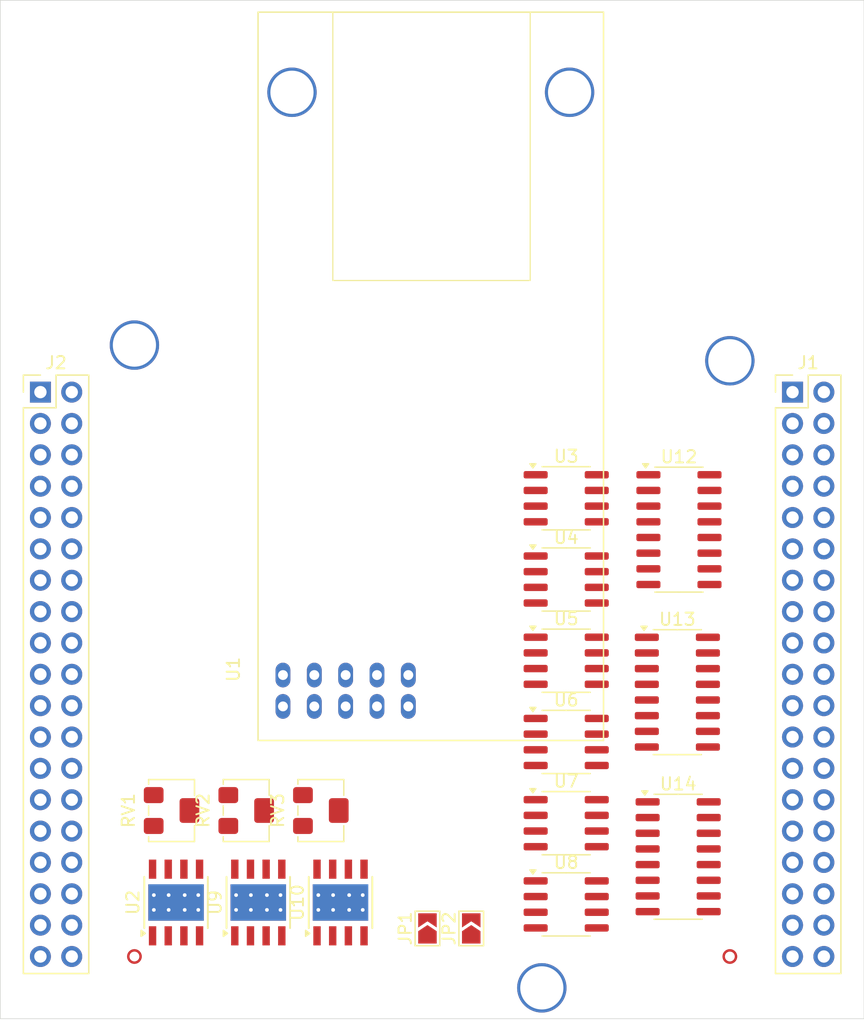
<source format=kicad_pcb>
(kicad_pcb (version 20241229) (generator "pcbnew") (generator_version "9.0")
  (layers (0 "F.Cu" signal) (2 "B.Cu" signal) (13 "F.Paste" user) (15 "B.Paste" user) (5 "F.SilkS" user "F.Silkscreen") (7 "B.SilkS" user "B.Silkscreen") (1 "F.Mask" user) (3 "B.Mask" user) (25 "Edge.Cuts" user))
  (net 0 "")
  (net 2 "SPI1_CLK")
  (net 21 "WIZ_INT")
  (net 22 "SPI1_MOSI")
  (net 23 "GNDREF")
  (net 24 "SPI1_MISO")
  (net 39 "WIZ_CS")
  (net 41 "+5V")
  (net 45 "WIZ_RST")
  (net 63 "+3V3")
  (net 74 "+5VD")
  (net 75 "5V_GND")
  (net 76 "Net-(R5-Pad1)")
  (net 77 "VSENSE")
  (net 78 "Net-(R8-Pad1)")
  (net 79 "Net-(R3-Pad1)")
  (net 80 "Net-(U2-BOOT)")
  (net 81 "+24V")
  (net 82 "Net-(D1-K)")
  (net 86 "Net-(U12-1A)")
  (net 87 "Net-(U12-2A)")
  (net 88 "X_DIR")
  (net 89 "X_STEP")
  (net 90 "Y_DIR")
  (net 91 "Y_STEP")
  (net 92 "Net-(U12-3A)")
  (net 93 "Net-(U12-4A)")
  (net 94 "Net-(U13-2A)")
  (net 95 "Net-(U13-1A)")
  (net 96 "Z_STEP")
  (net 97 "Z_DIR")
  (net 98 "A_DIR")
  (net 99 "Net-(U13-3A)")
  (net 100 "A_STEP")
  (net 101 "Net-(U13-4A)")
  (net 102 "Net-(U14-2A)")
  (net 103 "B_DIR")
  (net 104 "B_STEP")
  (net 105 "Net-(U14-1A)")
  (net 106 "C_DIR")
  (net 107 "C_STEP")
  (net 108 "Net-(U14-4A)")
  (net 109 "Net-(U14-3A)")
  (net 111 "+12V")
  (net 113 "Net-(D2-K)")
  (net 114 "Net-(U9-BOOT)")
  (net 116 "Net-(D3-K)")
  (net 120 "Net-(U10-BOOT)")
  (net 121 "/Stepper_drivers/Y_STEP+")
  (net 122 "/Stepper_drivers/Y_STEP-")
  (net 123 "/Stepper_drivers/X_DIR+")
  (net 124 "/Stepper_drivers/Y_DIR-")
  (net 125 "/Stepper_drivers/X_DIR-")
  (net 126 "/Stepper_drivers/X_STEP-")
  (net 127 "/Stepper_drivers/X_STEP+")
  (net 128 "/Stepper_drivers/Y_DIR+")
  (net 129 "/Stepper_drivers/Z_STEP-")
  (net 130 "/Stepper_drivers/A_STEP-")
  (net 131 "/Stepper_drivers/Z_DIR-")
  (net 132 "/Stepper_drivers/Z_STEP+")
  (net 133 "/Stepper_drivers/A_DIR-")
  (net 134 "/Stepper_drivers/Z_DIR+")
  (net 135 "/Stepper_drivers/A_DIR+")
  (net 136 "/Stepper_drivers/A_STEP+")
  (net 137 "/Stepper_drivers/C_DIR-")
  (net 138 "/Stepper_drivers/B_STEP+")
  (net 139 "/Stepper_drivers/C_DIR+")
  (net 140 "/Stepper_drivers/C_STEP+")
  (net 141 "/Stepper_drivers/B_STEP-")
  (net 142 "/Stepper_drivers/B_DIR-")
  (net 143 "/Stepper_drivers/C_STEP-")
  (net 144 "/Stepper_drivers/B_DIR+")
  (footprint "Package_SO:SOIC-16_3.9x9.9mm_P1.27mm" (layer "F.Cu") (at 154.94 119.38)
    (property "Reference" "U14" (at 0 -5.9 0) (layer "F.SilkS"))
    (property "Value" "HT26LS31ARZ")
    (fp_line (start 0 -5.06) (end -1.95 -5.06) (stroke (width 0.12)) (layer "F.SilkS"))
    (fp_line (start 0 -5.06) (end 1.95 -5.06) (stroke (width 0.12)) (layer "F.SilkS"))
    (fp_line (start 0 5.06) (end -1.95 5.06) (stroke (width 0.12)) (layer "F.SilkS"))
    (fp_line (start 0 5.06) (end 1.95 5.06) (stroke (width 0.12)) (layer "F.SilkS"))
    (fp_poly (pts (xy -2.7 -5.005) (xy -2.94 -5.335) (xy -2.46 -5.335)) (stroke (width 0.12)) (fill yes) (layer "F.SilkS"))
    (pad "1" smd roundrect (at -2.475 -4.445) (size 1.95 0.6) (layers "F.Cu" "F.Mask" "F.Paste") (net 105 "Net-(U14-1A)"))
    (pad "2" smd roundrect (at -2.475 -3.175) (size 1.95 0.6) (layers "F.Cu" "F.Mask" "F.Paste") (net 138 "/Stepper_drivers/B_STEP+"))
    (pad "3" smd roundrect (at -2.475 -1.905) (size 1.95 0.6) (layers "F.Cu" "F.Mask" "F.Paste") (net 141 "/Stepper_drivers/B_STEP-"))
    (pad "4" smd roundrect (at -2.475 -0.635) (size 1.95 0.6) (layers "F.Cu" "F.Mask" "F.Paste") (net 74 "+5VD"))
    (pad "5" smd roundrect (at -2.475 0.635) (size 1.95 0.6) (layers "F.Cu" "F.Mask" "F.Paste") (net 142 "/Stepper_drivers/B_DIR-"))
    (pad "6" smd roundrect (at -2.475 1.905) (size 1.95 0.6) (layers "F.Cu" "F.Mask" "F.Paste") (net 144 "/Stepper_drivers/B_DIR+"))
    (pad "7" smd roundrect (at -2.475 3.175) (size 1.95 0.6) (layers "F.Cu" "F.Mask" "F.Paste") (net 102 "Net-(U14-2A)"))
    (pad "8" smd roundrect (at -2.475 4.445) (size 1.95 0.6) (layers "F.Cu" "F.Mask" "F.Paste") (net 75 "5V_GND"))
    (pad "9" smd roundrect (at 2.475 4.445) (size 1.95 0.6) (layers "F.Cu" "F.Mask" "F.Paste") (net 109 "Net-(U14-3A)"))
    (pad "10" smd roundrect (at 2.475 3.175) (size 1.95 0.6) (layers "F.Cu" "F.Mask" "F.Paste") (net 140 "/Stepper_drivers/C_STEP+"))
    (pad "11" smd roundrect (at 2.475 1.905) (size 1.95 0.6) (layers "F.Cu" "F.Mask" "F.Paste") (net 143 "/Stepper_drivers/C_STEP-"))
    (pad "12" smd roundrect (at 2.475 0.635) (size 1.95 0.6) (layers "F.Cu" "F.Mask" "F.Paste") (net 75 "5V_GND"))
    (pad "13" smd roundrect (at 2.475 -0.635) (size 1.95 0.6) (layers "F.Cu" "F.Mask" "F.Paste") (net 137 "/Stepper_drivers/C_DIR-"))
    (pad "14" smd roundrect (at 2.475 -1.905) (size 1.95 0.6) (layers "F.Cu" "F.Mask" "F.Paste") (net 139 "/Stepper_drivers/C_DIR+"))
    (pad "15" smd roundrect (at 2.475 -3.175) (size 1.95 0.6) (layers "F.Cu" "F.Mask" "F.Paste") (net 108 "Net-(U14-4A)"))
    (pad "16" smd roundrect (at 2.475 -4.445) (size 1.95 0.6) (layers "F.Cu" "F.Mask" "F.Paste") (net 74 "+5VD"))
  )
  (footprint "Package_SO:TI_SO-PowerPAD-8_ThermalVias" (layer "F.Cu") (at 127.575 123.085 90)
    (property "Reference" "U10" (at 0 -3.5 90) (layer "F.SilkS"))
    (property "Value" "TPS5430DDAR")
    (fp_line (start -2.075 -2.575) (end 2.075 -2.575) (stroke (width 0.15)) (layer "F.SilkS"))
    (fp_line (start -2.075 2.575) (end 2.075 2.575) (stroke (width 0.15)) (layer "F.SilkS"))
    (fp_poly (pts (xy -2.5 -2.5) (xy -2.74 -2.83) (xy -2.26 -2.83) (xy -2.5 -2.5)) (stroke (width 0.12)) (fill yes) (layer "F.SilkS"))
    (pad "1" smd rect (at -2.7 -1.905 90) (size 1.55 0.6) (layers "F.Cu" "F.Mask" "F.Paste") (net 120 "Net-(U10-BOOT)"))
    (pad "2" smd rect (at -2.7 -0.635 90) (size 1.55 0.6) (layers "F.Cu" "F.Mask" "F.Paste"))
    (pad "3" smd rect (at -2.7 0.635 90) (size 1.55 0.6) (layers "F.Cu" "F.Mask" "F.Paste"))
    (pad "4" smd rect (at -2.7 1.905 90) (size 1.55 0.6) (layers "F.Cu" "F.Mask" "F.Paste") (net 77 "VSENSE"))
    (pad "5" smd rect (at 2.7 1.905 90) (size 1.55 0.6) (layers "F.Cu" "F.Mask" "F.Paste"))
    (pad "6" smd rect (at 2.7 0.635 90) (size 1.55 0.6) (layers "F.Cu" "F.Mask" "F.Paste") (net 23 "GNDREF"))
    (pad "7" smd rect (at 2.7 -0.635 90) (size 1.55 0.6) (layers "F.Cu" "F.Mask" "F.Paste") (net 111 "+12V"))
    (pad "8" smd rect (at 2.7 -1.905 90) (size 1.55 0.6) (layers "F.Cu" "F.Mask" "F.Paste") (net 116 "Net-(D3-K)"))
    (pad "9" thru_hole circle (at -0.6 -1.8 90) (size 0.6 0.6) (drill 0.3) (layers "*.Cu") (net 23 "GNDREF"))
    (pad "9" thru_hole circle (at -0.6 -0.6 90) (size 0.6 0.6) (drill 0.3) (layers "*.Cu") (net 23 "GNDREF"))
    (pad "9" thru_hole circle (at -0.6 0.7 90) (size 0.6 0.6) (drill 0.3) (layers "*.Cu") (net 23 "GNDREF"))
    (pad "9" thru_hole circle (at -0.6 1.8 90) (size 0.6 0.6) (drill 0.3) (layers "*.Cu") (net 23 "GNDREF"))
    (pad "9" smd rect (at 0 0 90) (size 2.6 3.1) (layers "F.Cu" "F.Mask" "F.Paste") (net 23 "GNDREF"))
    (pad "9" smd rect (at 0 0 90) (size 2.95 4.5) (layers "F.Cu") (net 23 "GNDREF"))
    (pad "9" smd rect (at 0 0 90) (size 2.95 4.5) (layers "B.Cu") (net 23 "GNDREF"))
    (pad "9" thru_hole circle (at 0.6 -1.8 90) (size 0.6 0.6) (drill 0.3) (layers "*.Cu") (net 23 "GNDREF"))
    (pad "9" thru_hole circle (at 0.6 -0.6 90) (size 0.6 0.6) (drill 0.3) (layers "*.Cu") (net 23 "GNDREF"))
    (pad "9" thru_hole circle (at 0.6 0.7 90) (size 0.6 0.6) (drill 0.3) (layers "*.Cu") (net 23 "GNDREF"))
    (pad "9" thru_hole circle (at 0.6 1.8 90) (size 0.6 0.6) (drill 0.3) (layers "*.Cu") (net 23 "GNDREF"))
  )
  (footprint "Package_SO:TI_SO-PowerPAD-8_ThermalVias" (layer "F.Cu") (at 114.245 123.085 90)
    (property "Reference" "U2" (at 0 -3.5 90) (layer "F.SilkS"))
    (property "Value" "TPS5430DDAR")
    (fp_line (start -2.075 -2.575) (end 2.075 -2.575) (stroke (width 0.15)) (layer "F.SilkS"))
    (fp_line (start -2.075 2.575) (end 2.075 2.575) (stroke (width 0.15)) (layer "F.SilkS"))
    (fp_poly (pts (xy -2.5 -2.5) (xy -2.74 -2.83) (xy -2.26 -2.83) (xy -2.5 -2.5)) (stroke (width 0.12)) (fill yes) (layer "F.SilkS"))
    (pad "1" smd rect (at -2.7 -1.905 90) (size 1.55 0.6) (layers "F.Cu" "F.Mask" "F.Paste") (net 80 "Net-(U2-BOOT)"))
    (pad "2" smd rect (at -2.7 -0.635 90) (size 1.55 0.6) (layers "F.Cu" "F.Mask" "F.Paste"))
    (pad "3" smd rect (at -2.7 0.635 90) (size 1.55 0.6) (layers "F.Cu" "F.Mask" "F.Paste"))
    (pad "4" smd rect (at -2.7 1.905 90) (size 1.55 0.6) (layers "F.Cu" "F.Mask" "F.Paste") (net 77 "VSENSE"))
    (pad "5" smd rect (at 2.7 1.905 90) (size 1.55 0.6) (layers "F.Cu" "F.Mask" "F.Paste"))
    (pad "6" smd rect (at 2.7 0.635 90) (size 1.55 0.6) (layers "F.Cu" "F.Mask" "F.Paste") (net 23 "GNDREF"))
    (pad "7" smd rect (at 2.7 -0.635 90) (size 1.55 0.6) (layers "F.Cu" "F.Mask" "F.Paste") (net 81 "+24V"))
    (pad "8" smd rect (at 2.7 -1.905 90) (size 1.55 0.6) (layers "F.Cu" "F.Mask" "F.Paste") (net 82 "Net-(D1-K)"))
    (pad "9" thru_hole circle (at -0.6 -1.8 90) (size 0.6 0.6) (drill 0.3) (layers "*.Cu") (net 23 "GNDREF"))
    (pad "9" thru_hole circle (at -0.6 -0.6 90) (size 0.6 0.6) (drill 0.3) (layers "*.Cu") (net 23 "GNDREF"))
    (pad "9" thru_hole circle (at -0.6 0.7 90) (size 0.6 0.6) (drill 0.3) (layers "*.Cu") (net 23 "GNDREF"))
    (pad "9" thru_hole circle (at -0.6 1.8 90) (size 0.6 0.6) (drill 0.3) (layers "*.Cu") (net 23 "GNDREF"))
    (pad "9" smd rect (at 0 0 90) (size 2.6 3.1) (layers "F.Cu" "F.Mask" "F.Paste") (net 23 "GNDREF"))
    (pad "9" smd rect (at 0 0 90) (size 2.95 4.5) (layers "F.Cu") (net 23 "GNDREF"))
    (pad "9" smd rect (at 0 0 90) (size 2.95 4.5) (layers "B.Cu") (net 23 "GNDREF"))
    (pad "9" thru_hole circle (at 0.6 -1.8 90) (size 0.6 0.6) (drill 0.3) (layers "*.Cu") (net 23 "GNDREF"))
    (pad "9" thru_hole circle (at 0.6 -0.6 90) (size 0.6 0.6) (drill 0.3) (layers "*.Cu") (net 23 "GNDREF"))
    (pad "9" thru_hole circle (at 0.6 0.7 90) (size 0.6 0.6) (drill 0.3) (layers "*.Cu") (net 23 "GNDREF"))
    (pad "9" thru_hole circle (at 0.6 1.8 90) (size 0.6 0.6) (drill 0.3) (layers "*.Cu") (net 23 "GNDREF"))
  )
  (footprint "Package_SO:SOIC-8_3.9x4.9mm_P1.27mm" (layer "F.Cu") (at 145.865 90.34)
    (property "Reference" "U3" (at 0 -3.4 0) (layer "F.SilkS"))
    (property "Value" "ADuM1201AR")
    (fp_line (start 0 -2.56) (end -1.95 -2.56) (stroke (width 0.12)) (layer "F.SilkS"))
    (fp_line (start 0 -2.56) (end 1.95 -2.56) (stroke (width 0.12)) (layer "F.SilkS"))
    (fp_line (start 0 2.56) (end -1.95 2.56) (stroke (width 0.12)) (layer "F.SilkS"))
    (fp_line (start 0 2.56) (end 1.95 2.56) (stroke (width 0.12)) (layer "F.SilkS"))
    (fp_poly (pts (xy -2.7 -2.465) (xy -2.94 -2.795) (xy -2.46 -2.795)) (stroke (width 0.12)) (fill yes) (layer "F.SilkS"))
    (pad "1" smd roundrect (at -2.475 -1.905) (size 1.95 0.6) (layers "F.Cu" "F.Mask" "F.Paste") (net 63 "+3V3"))
    (pad "2" smd roundrect (at -2.475 -0.635) (size 1.95 0.6) (layers "F.Cu" "F.Mask" "F.Paste") (net 86 "Net-(U12-1A)"))
    (pad "3" smd roundrect (at -2.475 0.635) (size 1.95 0.6) (layers "F.Cu" "F.Mask" "F.Paste") (net 88 "X_DIR"))
    (pad "4" smd roundrect (at -2.475 1.905) (size 1.95 0.6) (layers "F.Cu" "F.Mask" "F.Paste") (net 23 "GNDREF"))
    (pad "5" smd roundrect (at 2.475 1.905) (size 1.95 0.6) (layers "F.Cu" "F.Mask" "F.Paste") (net 75 "5V_GND"))
    (pad "6" smd roundrect (at 2.475 0.635) (size 1.95 0.6) (layers "F.Cu" "F.Mask" "F.Paste") (net 87 "Net-(U12-2A)"))
    (pad "7" smd roundrect (at 2.475 -0.635) (size 1.95 0.6) (layers "F.Cu" "F.Mask" "F.Paste") (net 89 "X_STEP"))
    (pad "8" smd roundrect (at 2.475 -1.905) (size 1.95 0.6) (layers "F.Cu" "F.Mask" "F.Paste") (net 74 "+5VD"))
  )
  (footprint "Connector_PinHeader_2.54mm:PinHeader_2x19_P2.54mm_Vertical" (layer "F.Cu") (at 164.21 81.74)
    (property "Reference" "J1" (at 1.27 -2.38 0) (layer "F.SilkS"))
    (property "Value" "NucleoF446RE CN10 Header")
    (fp_line (start -1.38 -1.38) (end 0 -1.38) (stroke (width 0.12)) (layer "F.SilkS"))
    (fp_line (start -1.38 0) (end -1.38 -1.38) (stroke (width 0.12)) (layer "F.SilkS"))
    (fp_line (start -1.38 1.27) (end -1.38 47.1) (stroke (width 0.12)) (layer "F.SilkS"))
    (fp_line (start -1.38 1.27) (end 1.27 1.27) (stroke (width 0.12)) (layer "F.SilkS"))
    (fp_line (start -1.38 47.1) (end 3.92 47.1) (stroke (width 0.12)) (layer "F.SilkS"))
    (fp_line (start 1.27 -1.38) (end 3.92 -1.38) (stroke (width 0.12)) (layer "F.SilkS"))
    (fp_line (start 1.27 1.27) (end 1.27 -1.38) (stroke (width 0.12)) (layer "F.SilkS"))
    (fp_line (start 3.92 -1.38) (end 3.92 47.1) (stroke (width 0.12)) (layer "F.SilkS"))
    (pad "1" thru_hole rect (at 0 0) (size 1.7 1.7) (drill 1) (layers "*.Cu" "*.Mask"))
    (pad "2" thru_hole circle (at 2.54 0) (size 1.7 1.7) (drill 1) (layers "*.Cu" "*.Mask"))
    (pad "3" thru_hole circle (at 0 2.54) (size 1.7 1.7) (drill 1) (layers "*.Cu" "*.Mask"))
    (pad "4" thru_hole circle (at 2.54 2.54) (size 1.7 1.7) (drill 1) (layers "*.Cu" "*.Mask"))
    (pad "5" thru_hole circle (at 0 5.08) (size 1.7 1.7) (drill 1) (layers "*.Cu" "*.Mask"))
    (pad "6" thru_hole circle (at 2.54 5.08) (size 1.7 1.7) (drill 1) (layers "*.Cu" "*.Mask"))
    (pad "7" thru_hole circle (at 0 7.62) (size 1.7 1.7) (drill 1) (layers "*.Cu" "*.Mask"))
    (pad "8" thru_hole circle (at 2.54 7.62) (size 1.7 1.7) (drill 1) (layers "*.Cu" "*.Mask"))
    (pad "9" thru_hole circle (at 0 10.16) (size 1.7 1.7) (drill 1) (layers "*.Cu" "*.Mask") (net 23 "GNDREF"))
    (pad "10" thru_hole circle (at 2.54 10.16) (size 1.7 1.7) (drill 1) (layers "*.Cu" "*.Mask"))
    (pad "11" thru_hole circle (at 0 12.7) (size 1.7 1.7) (drill 1) (layers "*.Cu" "*.Mask"))
    (pad "12" thru_hole circle (at 2.54 12.7) (size 1.7 1.7) (drill 1) (layers "*.Cu" "*.Mask"))
    (pad "13" thru_hole circle (at 0 15.24) (size 1.7 1.7) (drill 1) (layers "*.Cu" "*.Mask"))
    (pad "14" thru_hole circle (at 2.54 15.24) (size 1.7 1.7) (drill 1) (layers "*.Cu" "*.Mask"))
    (pad "15" thru_hole circle (at 0 17.78) (size 1.7 1.7) (drill 1) (layers "*.Cu" "*.Mask"))
    (pad "16" thru_hole circle (at 2.54 17.78) (size 1.7 1.7) (drill 1) (layers "*.Cu" "*.Mask"))
    (pad "17" thru_hole circle (at 0 20.32) (size 1.7 1.7) (drill 1) (layers "*.Cu" "*.Mask"))
    (pad "18" thru_hole circle (at 2.54 20.32) (size 1.7 1.7) (drill 1) (layers "*.Cu" "*.Mask"))
    (pad "19" thru_hole circle (at 0 22.86) (size 1.7 1.7) (drill 1) (layers "*.Cu" "*.Mask"))
    (pad "20" thru_hole circle (at 2.54 22.86) (size 1.7 1.7) (drill 1) (layers "*.Cu" "*.Mask") (net 23 "GNDREF"))
    (pad "21" thru_hole circle (at 0 25.4) (size 1.7 1.7) (drill 1) (layers "*.Cu" "*.Mask") (net 21 "WIZ_INT"))
    (pad "22" thru_hole circle (at 2.54 25.4) (size 1.7 1.7) (drill 1) (layers "*.Cu" "*.Mask"))
    (pad "23" thru_hole circle (at 0 27.94) (size 1.7 1.7) (drill 1) (layers "*.Cu" "*.Mask"))
    (pad "24" thru_hole circle (at 2.54 27.94) (size 1.7 1.7) (drill 1) (layers "*.Cu" "*.Mask"))
    (pad "25" thru_hole circle (at 0 30.48) (size 1.7 1.7) (drill 1) (layers "*.Cu" "*.Mask"))
    (pad "26" thru_hole circle (at 2.54 30.48) (size 1.7 1.7) (drill 1) (layers "*.Cu" "*.Mask"))
    (pad "27" thru_hole circle (at 0 33.02) (size 1.7 1.7) (drill 1) (layers "*.Cu" "*.Mask") (net 24 "SPI1_MISO"))
    (pad "28" thru_hole circle (at 2.54 33.02) (size 1.7 1.7) (drill 1) (layers "*.Cu" "*.Mask"))
    (pad "29" thru_hole circle (at 0 35.56) (size 1.7 1.7) (drill 1) (layers "*.Cu" "*.Mask") (net 22 "SPI1_MOSI"))
    (pad "30" thru_hole circle (at 2.54 35.56) (size 1.7 1.7) (drill 1) (layers "*.Cu" "*.Mask"))
    (pad "31" thru_hole circle (at 0 38.1) (size 1.7 1.7) (drill 1) (layers "*.Cu" "*.Mask") (net 2 "SPI1_CLK"))
    (pad "32" thru_hole circle (at 2.54 38.1) (size 1.7 1.7) (drill 1) (layers "*.Cu" "*.Mask"))
    (pad "33" thru_hole circle (at 0 40.64) (size 1.7 1.7) (drill 1) (layers "*.Cu" "*.Mask"))
    (pad "34" thru_hole circle (at 2.54 40.64) (size 1.7 1.7) (drill 1) (layers "*.Cu" "*.Mask"))
    (pad "35" thru_hole circle (at 0 43.18) (size 1.7 1.7) (drill 1) (layers "*.Cu" "*.Mask"))
    (pad "36" thru_hole circle (at 2.54 43.18) (size 1.7 1.7) (drill 1) (layers "*.Cu" "*.Mask"))
    (pad "37" thru_hole circle (at 0 45.72) (size 1.7 1.7) (drill 1) (layers "*.Cu" "*.Mask"))
    (pad "38" thru_hole circle (at 2.54 45.72) (size 1.7 1.7) (drill 1) (layers "*.Cu" "*.Mask"))
  )
  (footprint "Potentiometer_SMD:Potentiometer_Bourns_3224W_Vertical" (layer "F.Cu") (at 119.93 115.635 90)
    (property "Reference" "RV2" (at 0 -3.5 90) (layer "F.SilkS"))
    (property "Value" "500R trimpot")
    (fp_line (start 2.51 -1.86) (end 2.51 1.86) (stroke (width 0.12)) (layer "F.SilkS"))
    (fp_line (start 2.13 -1.86) (end 2.51 -1.86) (stroke (width 0.12)) (layer "F.SilkS"))
    (fp_line (start -0.37 -1.86) (end 0.37 -1.86) (stroke (width 0.12)) (layer "F.SilkS"))
    (fp_line (start -2.51 -1.86) (end -2.13 -1.86) (stroke (width 0.12)) (layer "F.SilkS"))
    (fp_line (start -2.51 -1.86) (end -2.51 1.86) (stroke (width 0.12)) (layer "F.SilkS"))
    (fp_line (start 1.23 1.86) (end 2.51 1.86) (stroke (width 0.12)) (layer "F.SilkS"))
    (fp_line (start -2.51 1.86) (end -1.23 1.86) (stroke (width 0.12)) (layer "F.SilkS"))
    (pad "1" smd roundrect (at 1.25 -1.45 90) (size 1.3 1.6) (layers "F.Cu" "F.Mask" "F.Paste") (roundrect_rratio 0.192308) (net 77 "VSENSE"))
    (pad "2" smd roundrect (at 0 1.45 90) (size 2 1.6) (layers "F.Cu" "F.Mask" "F.Paste") (roundrect_rratio 0.15625) (net 78 "Net-(R8-Pad1)"))
    (pad "3" smd roundrect (at -1.25 -1.45 90) (size 1.3 1.6) (layers "F.Cu" "F.Mask" "F.Paste") (roundrect_rratio 0.192308) (net 78 "Net-(R8-Pad1)"))
  )
  (footprint "Package_SO:SOIC-8_3.9x4.9mm_P1.27mm" (layer "F.Cu") (at 145.865 96.92)
    (property "Reference" "U4" (at 0 -3.4 0) (layer "F.SilkS"))
    (property "Value" "ADuM1201AR")
    (fp_line (start 0 -2.56) (end -1.95 -2.56) (stroke (width 0.12)) (layer "F.SilkS"))
    (fp_line (start 0 -2.56) (end 1.95 -2.56) (stroke (width 0.12)) (layer "F.SilkS"))
    (fp_line (start 0 2.56) (end -1.95 2.56) (stroke (width 0.12)) (layer "F.SilkS"))
    (fp_line (start 0 2.56) (end 1.95 2.56) (stroke (width 0.12)) (layer "F.SilkS"))
    (fp_poly (pts (xy -2.7 -2.465) (xy -2.94 -2.795) (xy -2.46 -2.795)) (stroke (width 0.12)) (fill yes) (layer "F.SilkS"))
    (pad "1" smd roundrect (at -2.475 -1.905) (size 1.95 0.6) (layers "F.Cu" "F.Mask" "F.Paste") (net 63 "+3V3"))
    (pad "2" smd roundrect (at -2.475 -0.635) (size 1.95 0.6) (layers "F.Cu" "F.Mask" "F.Paste") (net 92 "Net-(U12-3A)"))
    (pad "3" smd roundrect (at -2.475 0.635) (size 1.95 0.6) (layers "F.Cu" "F.Mask" "F.Paste") (net 90 "Y_DIR"))
    (pad "4" smd roundrect (at -2.475 1.905) (size 1.95 0.6) (layers "F.Cu" "F.Mask" "F.Paste") (net 23 "GNDREF"))
    (pad "5" smd roundrect (at 2.475 1.905) (size 1.95 0.6) (layers "F.Cu" "F.Mask" "F.Paste") (net 75 "5V_GND"))
    (pad "6" smd roundrect (at 2.475 0.635) (size 1.95 0.6) (layers "F.Cu" "F.Mask" "F.Paste") (net 93 "Net-(U12-4A)"))
    (pad "7" smd roundrect (at 2.475 -0.635) (size 1.95 0.6) (layers "F.Cu" "F.Mask" "F.Paste") (net 91 "Y_STEP"))
    (pad "8" smd roundrect (at 2.475 -1.905) (size 1.95 0.6) (layers "F.Cu" "F.Mask" "F.Paste") (net 74 "+5VD"))
  )
  (footprint "Package_SO:SOIC-8_3.9x4.9mm_P1.27mm" (layer "F.Cu") (at 145.865 103.5)
    (property "Reference" "U5" (at 0 -3.4 0) (layer "F.SilkS"))
    (property "Value" "ADuM1201AR")
    (fp_line (start 0 -2.56) (end -1.95 -2.56) (stroke (width 0.12)) (layer "F.SilkS"))
    (fp_line (start 0 -2.56) (end 1.95 -2.56) (stroke (width 0.12)) (layer "F.SilkS"))
    (fp_line (start 0 2.56) (end -1.95 2.56) (stroke (width 0.12)) (layer "F.SilkS"))
    (fp_line (start 0 2.56) (end 1.95 2.56) (stroke (width 0.12)) (layer "F.SilkS"))
    (fp_poly (pts (xy -2.7 -2.465) (xy -2.94 -2.795) (xy -2.46 -2.795)) (stroke (width 0.12)) (fill yes) (layer "F.SilkS"))
    (pad "1" smd roundrect (at -2.475 -1.905) (size 1.95 0.6) (layers "F.Cu" "F.Mask" "F.Paste") (net 63 "+3V3"))
    (pad "2" smd roundrect (at -2.475 -0.635) (size 1.95 0.6) (layers "F.Cu" "F.Mask" "F.Paste") (net 95 "Net-(U13-1A)"))
    (pad "3" smd roundrect (at -2.475 0.635) (size 1.95 0.6) (layers "F.Cu" "F.Mask" "F.Paste") (net 97 "Z_DIR"))
    (pad "4" smd roundrect (at -2.475 1.905) (size 1.95 0.6) (layers "F.Cu" "F.Mask" "F.Paste") (net 23 "GNDREF"))
    (pad "5" smd roundrect (at 2.475 1.905) (size 1.95 0.6) (layers "F.Cu" "F.Mask" "F.Paste") (net 75 "5V_GND"))
    (pad "6" smd roundrect (at 2.475 0.635) (size 1.95 0.6) (layers "F.Cu" "F.Mask" "F.Paste") (net 94 "Net-(U13-2A)"))
    (pad "7" smd roundrect (at 2.475 -0.635) (size 1.95 0.6) (layers "F.Cu" "F.Mask" "F.Paste") (net 96 "Z_STEP"))
    (pad "8" smd roundrect (at 2.475 -1.905) (size 1.95 0.6) (layers "F.Cu" "F.Mask" "F.Paste") (net 74 "+5VD"))
  )
  (footprint "Package_SO:SOIC-8_3.9x4.9mm_P1.27mm" (layer "F.Cu") (at 145.865 116.66)
    (property "Reference" "U7" (at 0 -3.4 0) (layer "F.SilkS"))
    (property "Value" "ADuM1201AR")
    (fp_line (start 0 -2.56) (end -1.95 -2.56) (stroke (width 0.12)) (layer "F.SilkS"))
    (fp_line (start 0 -2.56) (end 1.95 -2.56) (stroke (width 0.12)) (layer "F.SilkS"))
    (fp_line (start 0 2.56) (end -1.95 2.56) (stroke (width 0.12)) (layer "F.SilkS"))
    (fp_line (start 0 2.56) (end 1.95 2.56) (stroke (width 0.12)) (layer "F.SilkS"))
    (fp_poly (pts (xy -2.7 -2.465) (xy -2.94 -2.795) (xy -2.46 -2.795)) (stroke (width 0.12)) (fill yes) (layer "F.SilkS"))
    (pad "1" smd roundrect (at -2.475 -1.905) (size 1.95 0.6) (layers "F.Cu" "F.Mask" "F.Paste") (net 63 "+3V3"))
    (pad "2" smd roundrect (at -2.475 -0.635) (size 1.95 0.6) (layers "F.Cu" "F.Mask" "F.Paste") (net 105 "Net-(U14-1A)"))
    (pad "3" smd roundrect (at -2.475 0.635) (size 1.95 0.6) (layers "F.Cu" "F.Mask" "F.Paste") (net 103 "B_DIR"))
    (pad "4" smd roundrect (at -2.475 1.905) (size 1.95 0.6) (layers "F.Cu" "F.Mask" "F.Paste") (net 23 "GNDREF"))
    (pad "5" smd roundrect (at 2.475 1.905) (size 1.95 0.6) (layers "F.Cu" "F.Mask" "F.Paste") (net 75 "5V_GND"))
    (pad "6" smd roundrect (at 2.475 0.635) (size 1.95 0.6) (layers "F.Cu" "F.Mask" "F.Paste") (net 102 "Net-(U14-2A)"))
    (pad "7" smd roundrect (at 2.475 -0.635) (size 1.95 0.6) (layers "F.Cu" "F.Mask" "F.Paste") (net 104 "B_STEP"))
    (pad "8" smd roundrect (at 2.475 -1.905) (size 1.95 0.6) (layers "F.Cu" "F.Mask" "F.Paste") (net 74 "+5VD"))
  )
  (footprint "Jumper:SolderJumper-2_P1.3mm_Open_TrianglePad1.0x1.5mm" (layer "F.Cu") (at 138.17 125.185 90)
    (property "Reference" "JP2" (at 0 -1.8 90) (layer "F.SilkS"))
    (property "Value" "EXT_5V_GND_JMP")
    (fp_line (start 1.4 -1) (end 1.4 1) (stroke (width 0.12)) (layer "F.SilkS"))
    (fp_line (start -1.4 -1) (end 1.4 -1) (stroke (width 0.12)) (layer "F.SilkS"))
    (fp_line (start 1.4 1) (end -1.4 1) (stroke (width 0.12)) (layer "F.SilkS"))
    (fp_line (start -1.4 1) (end -1.4 -1) (stroke (width 0.12)) (layer "F.SilkS"))
    (pad "1" smd custom (at -0.725 0 90) (size 0.3 0.3) (layers "F.Cu" "F.Mask") (net 75 "5V_GND") (options (clearance outline) (anchor rect)) (primitives (gr_poly (pts (xy 1 0) (xy 0.5 0.75) (xy -0.5 0.75) (xy -0.5 -0.75) (xy 0.5 -0.75)) (width 0) (fill yes))))
    (pad "2" smd custom (at 0.725 0 90) (size 0.3 0.3) (layers "F.Cu" "F.Mask") (net 23 "GNDREF") (options (clearance outline) (anchor rect)) (primitives (gr_poly (pts (xy 0.5 0.75) (xy -0.65 0.75) (xy -0.15 0) (xy -0.65 -0.75) (xy 0.5 -0.75)) (width 0) (fill yes))))
  )
  (footprint "W5500EvalModule:W5500EvalModule" (layer "F.Cu") (at 134.95 81.7)
    (property "Reference" "U1" (at -16.06 22.5 90) (layer "F.SilkS"))
    (property "Value" "~")
    (fp_line (start -14.06 -30.74) (end -14.06 28.26) (stroke (width 0.12)) (layer "F.SilkS"))
    (fp_line (start -14.06 28.26) (end 13.94 28.26) (stroke (width 0.12)) (layer "F.SilkS"))
    (fp_line (start 13.94 -30.74) (end -14.06 -30.74) (stroke (width 0.12)) (layer "F.SilkS"))
    (fp_line (start 13.94 28.26) (end 13.94 -30.74) (stroke (width 0.12)) (layer "F.SilkS"))
    (fp_rect (start -8 -30.74) (end 8 -9) (stroke (width 0.1)) (fill no) (layer "F.SilkS"))
    (pad "" np_thru_hole circle (at -11.31 -24.25) (size 4 4) (drill 3.5) (layers "*.Cu" "*.Mask"))
    (pad "" np_thru_hole circle (at 11.19 -24.25) (size 4 4) (drill 3.5) (layers "*.Cu" "*.Mask"))
    (pad "1" thru_hole oval (at -1.88 22.96) (size 1.2 2) (drill 0.8) (layers "*.Cu" "*.Mask") (net 2 "SPI1_CLK"))
    (pad "2" thru_hole oval (at -4.42 22.96) (size 1.2 2) (drill 0.8) (layers "*.Cu" "*.Mask") (net 39 "WIZ_CS"))
    (pad "3" thru_hole oval (at -6.96 22.96) (size 1.2 2) (drill 0.8) (layers "*.Cu" "*.Mask") (net 22 "SPI1_MOSI"))
    (pad "4" thru_hole oval (at -9.5 22.96) (size 1.2 2) (drill 0.8) (layers "*.Cu" "*.Mask") (net 24 "SPI1_MISO"))
    (pad "5" thru_hole oval (at -12.04 22.96) (size 1.2 2) (drill 0.8) (layers "*.Cu" "*.Mask") (net 63 "+3V3"))
    (pad "6" thru_hole oval (at -12.04 25.5) (size 1.2 2) (drill 0.8) (layers "*.Cu" "*.Mask") (net 41 "+5V"))
    (pad "7" thru_hole oval (at -9.5 25.5) (size 1.2 2) (drill 0.8) (layers "*.Cu" "*.Mask") (net 23 "GNDREF"))
    (pad "8" thru_hole oval (at -6.96 25.5) (size 1.2 2) (drill 0.8) (layers "*.Cu" "*.Mask") (net 45 "WIZ_RST"))
    (pad "9" thru_hole oval (at -4.42 25.5) (size 1.2 2) (drill 0.8) (layers "*.Cu" "*.Mask") (net 21 "WIZ_INT"))
    (pad "10" thru_hole oval (at -1.88 25.5) (size 1.2 2) (drill 0.8) (layers "*.Cu" "*.Mask") (net 23 "GNDREF"))
  )
  (footprint "Potentiometer_SMD:Potentiometer_Bourns_3224W_Vertical" (layer "F.Cu") (at 125.98 115.635 90)
    (property "Reference" "RV3" (at 0 -3.5 90) (layer "F.SilkS"))
    (property "Value" "50R trimpot")
    (fp_line (start 2.51 -1.86) (end 2.51 1.86) (stroke (width 0.12)) (layer "F.SilkS"))
    (fp_line (start 2.13 -1.86) (end 2.51 -1.86) (stroke (width 0.12)) (layer "F.SilkS"))
    (fp_line (start -0.37 -1.86) (end 0.37 -1.86) (stroke (width 0.12)) (layer "F.SilkS"))
    (fp_line (start -2.51 -1.86) (end -2.13 -1.86) (stroke (width 0.12)) (layer "F.SilkS"))
    (fp_line (start -2.51 -1.86) (end -2.51 1.86) (stroke (width 0.12)) (layer "F.SilkS"))
    (fp_line (start 1.23 1.86) (end 2.51 1.86) (stroke (width 0.12)) (layer "F.SilkS"))
    (fp_line (start -2.51 1.86) (end -1.23 1.86) (stroke (width 0.12)) (layer "F.SilkS"))
    (pad "1" smd roundrect (at 1.25 -1.45 90) (size 1.3 1.6) (layers "F.Cu" "F.Mask" "F.Paste") (roundrect_rratio 0.192308) (net 77 "VSENSE"))
    (pad "2" smd roundrect (at 0 1.45 90) (size 2 1.6) (layers "F.Cu" "F.Mask" "F.Paste") (roundrect_rratio 0.15625) (net 79 "Net-(R3-Pad1)"))
    (pad "3" smd roundrect (at -1.25 -1.45 90) (size 1.3 1.6) (layers "F.Cu" "F.Mask" "F.Paste") (roundrect_rratio 0.192308) (net 79 "Net-(R3-Pad1)"))
  )
  (footprint "Package_SO:SOIC-16_3.9x9.9mm_P1.27mm" (layer "F.Cu") (at 155.005 92.88)
    (property "Reference" "U12" (at 0 -5.9 0) (layer "F.SilkS"))
    (property "Value" "HT26LS31ARZ")
    (fp_line (start 0 -5.06) (end -1.95 -5.06) (stroke (width 0.12)) (layer "F.SilkS"))
    (fp_line (start 0 -5.06) (end 1.95 -5.06) (stroke (width 0.12)) (layer "F.SilkS"))
    (fp_line (start 0 5.06) (end -1.95 5.06) (stroke (width 0.12)) (layer "F.SilkS"))
    (fp_line (start 0 5.06) (end 1.95 5.06) (stroke (width 0.12)) (layer "F.SilkS"))
    (fp_poly (pts (xy -2.7 -5.005) (xy -2.94 -5.335) (xy -2.46 -5.335)) (stroke (width 0.12)) (fill yes) (layer "F.SilkS"))
    (pad "1" smd roundrect (at -2.475 -4.445) (size 1.95 0.6) (layers "F.Cu" "F.Mask" "F.Paste") (net 86 "Net-(U12-1A)"))
    (pad "2" smd roundrect (at -2.475 -3.175) (size 1.95 0.6) (layers "F.Cu" "F.Mask" "F.Paste") (net 127 "/Stepper_drivers/X_STEP+"))
    (pad "3" smd roundrect (at -2.475 -1.905) (size 1.95 0.6) (layers "F.Cu" "F.Mask" "F.Paste") (net 126 "/Stepper_drivers/X_STEP-"))
    (pad "4" smd roundrect (at -2.475 -0.635) (size 1.95 0.6) (layers "F.Cu" "F.Mask" "F.Paste") (net 74 "+5VD"))
    (pad "5" smd roundrect (at -2.475 0.635) (size 1.95 0.6) (layers "F.Cu" "F.Mask" "F.Paste") (net 125 "/Stepper_drivers/X_DIR-"))
    (pad "6" smd roundrect (at -2.475 1.905) (size 1.95 0.6) (layers "F.Cu" "F.Mask" "F.Paste") (net 123 "/Stepper_drivers/X_DIR+"))
    (pad "7" smd roundrect (at -2.475 3.175) (size 1.95 0.6) (layers "F.Cu" "F.Mask" "F.Paste") (net 87 "Net-(U12-2A)"))
    (pad "8" smd roundrect (at -2.475 4.445) (size 1.95 0.6) (layers "F.Cu" "F.Mask" "F.Paste") (net 75 "5V_GND"))
    (pad "9" smd roundrect (at 2.475 4.445) (size 1.95 0.6) (layers "F.Cu" "F.Mask" "F.Paste") (net 92 "Net-(U12-3A)"))
    (pad "10" smd roundrect (at 2.475 3.175) (size 1.95 0.6) (layers "F.Cu" "F.Mask" "F.Paste") (net 121 "/Stepper_drivers/Y_STEP+"))
    (pad "11" smd roundrect (at 2.475 1.905) (size 1.95 0.6) (layers "F.Cu" "F.Mask" "F.Paste") (net 122 "/Stepper_drivers/Y_STEP-"))
    (pad "12" smd roundrect (at 2.475 0.635) (size 1.95 0.6) (layers "F.Cu" "F.Mask" "F.Paste") (net 75 "5V_GND"))
    (pad "13" smd roundrect (at 2.475 -0.635) (size 1.95 0.6) (layers "F.Cu" "F.Mask" "F.Paste") (net 124 "/Stepper_drivers/Y_DIR-"))
    (pad "14" smd roundrect (at 2.475 -1.905) (size 1.95 0.6) (layers "F.Cu" "F.Mask" "F.Paste") (net 128 "/Stepper_drivers/Y_DIR+"))
    (pad "15" smd roundrect (at 2.475 -3.175) (size 1.95 0.6) (layers "F.Cu" "F.Mask" "F.Paste") (net 93 "Net-(U12-4A)"))
    (pad "16" smd roundrect (at 2.475 -4.445) (size 1.95 0.6) (layers "F.Cu" "F.Mask" "F.Paste") (net 74 "+5VD"))
  )
  (footprint "Potentiometer_SMD:Potentiometer_Bourns_3224W_Vertical" (layer "F.Cu") (at 113.88 115.635 90)
    (property "Reference" "RV1" (at 0 -3.5 90) (layer "F.SilkS"))
    (property "Value" "50R trimpot")
    (fp_line (start 2.51 -1.86) (end 2.51 1.86) (stroke (width 0.12)) (layer "F.SilkS"))
    (fp_line (start 2.13 -1.86) (end 2.51 -1.86) (stroke (width 0.12)) (layer "F.SilkS"))
    (fp_line (start -0.37 -1.86) (end 0.37 -1.86) (stroke (width 0.12)) (layer "F.SilkS"))
    (fp_line (start -2.51 -1.86) (end -2.13 -1.86) (stroke (width 0.12)) (layer "F.SilkS"))
    (fp_line (start -2.51 -1.86) (end -2.51 1.86) (stroke (width 0.12)) (layer "F.SilkS"))
    (fp_line (start 1.23 1.86) (end 2.51 1.86) (stroke (width 0.12)) (layer "F.SilkS"))
    (fp_line (start -2.51 1.86) (end -1.23 1.86) (stroke (width 0.12)) (layer "F.SilkS"))
    (pad "1" smd roundrect (at 1.25 -1.45 90) (size 1.3 1.6) (layers "F.Cu" "F.Mask" "F.Paste") (roundrect_rratio 0.192308) (net 77 "VSENSE"))
    (pad "2" smd roundrect (at 0 1.45 90) (size 2 1.6) (layers "F.Cu" "F.Mask" "F.Paste") (roundrect_rratio 0.15625) (net 76 "Net-(R5-Pad1)"))
    (pad "3" smd roundrect (at -1.25 -1.45 90) (size 1.3 1.6) (layers "F.Cu" "F.Mask" "F.Paste") (roundrect_rratio 0.192308) (net 76 "Net-(R5-Pad1)"))
  )
  (footprint "Package_SO:TI_SO-PowerPAD-8_ThermalVias" (layer "F.Cu") (at 120.91 123.085 90)
    (property "Reference" "U9" (at 0 -3.5 90) (layer "F.SilkS"))
    (property "Value" "TPS5430DDAR")
    (fp_line (start -2.075 -2.575) (end 2.075 -2.575) (stroke (width 0.15)) (layer "F.SilkS"))
    (fp_line (start -2.075 2.575) (end 2.075 2.575) (stroke (width 0.15)) (layer "F.SilkS"))
    (fp_poly (pts (xy -2.5 -2.5) (xy -2.74 -2.83) (xy -2.26 -2.83) (xy -2.5 -2.5)) (stroke (width 0.12)) (fill yes) (layer "F.SilkS"))
    (pad "1" smd rect (at -2.7 -1.905 90) (size 1.55 0.6) (layers "F.Cu" "F.Mask" "F.Paste") (net 114 "Net-(U9-BOOT)"))
    (pad "2" smd rect (at -2.7 -0.635 90) (size 1.55 0.6) (layers "F.Cu" "F.Mask" "F.Paste"))
    (pad "3" smd rect (at -2.7 0.635 90) (size 1.55 0.6) (layers "F.Cu" "F.Mask" "F.Paste"))
    (pad "4" smd rect (at -2.7 1.905 90) (size 1.55 0.6) (layers "F.Cu" "F.Mask" "F.Paste") (net 77 "VSENSE"))
    (pad "5" smd rect (at 2.7 1.905 90) (size 1.55 0.6) (layers "F.Cu" "F.Mask" "F.Paste"))
    (pad "6" smd rect (at 2.7 0.635 90) (size 1.55 0.6) (layers "F.Cu" "F.Mask" "F.Paste") (net 23 "GNDREF"))
    (pad "7" smd rect (at 2.7 -0.635 90) (size 1.55 0.6) (layers "F.Cu" "F.Mask" "F.Paste") (net 111 "+12V"))
    (pad "8" smd rect (at 2.7 -1.905 90) (size 1.55 0.6) (layers "F.Cu" "F.Mask" "F.Paste") (net 113 "Net-(D2-K)"))
    (pad "9" thru_hole circle (at -0.6 -1.8 90) (size 0.6 0.6) (drill 0.3) (layers "*.Cu") (net 23 "GNDREF"))
    (pad "9" thru_hole circle (at -0.6 -0.6 90) (size 0.6 0.6) (drill 0.3) (layers "*.Cu") (net 23 "GNDREF"))
    (pad "9" thru_hole circle (at -0.6 0.7 90) (size 0.6 0.6) (drill 0.3) (layers "*.Cu") (net 23 "GNDREF"))
    (pad "9" thru_hole circle (at -0.6 1.8 90) (size 0.6 0.6) (drill 0.3) (layers "*.Cu") (net 23 "GNDREF"))
    (pad "9" smd rect (at 0 0 90) (size 2.6 3.1) (layers "F.Cu" "F.Mask" "F.Paste") (net 23 "GNDREF"))
    (pad "9" smd rect (at 0 0 90) (size 2.95 4.5) (layers "F.Cu") (net 23 "GNDREF"))
    (pad "9" smd rect (at 0 0 90) (size 2.95 4.5) (layers "B.Cu") (net 23 "GNDREF"))
    (pad "9" thru_hole circle (at 0.6 -1.8 90) (size 0.6 0.6) (drill 0.3) (layers "*.Cu") (net 23 "GNDREF"))
    (pad "9" thru_hole circle (at 0.6 -0.6 90) (size 0.6 0.6) (drill 0.3) (layers "*.Cu") (net 23 "GNDREF"))
    (pad "9" thru_hole circle (at 0.6 0.7 90) (size 0.6 0.6) (drill 0.3) (layers "*.Cu") (net 23 "GNDREF"))
    (pad "9" thru_hole circle (at 0.6 1.8 90) (size 0.6 0.6) (drill 0.3) (layers "*.Cu") (net 23 "GNDREF"))
  )
  (footprint "Jumper:SolderJumper-2_P1.3mm_Open_TrianglePad1.0x1.5mm" (layer "F.Cu") (at 134.62 125.185 90)
    (property "Reference" "JP1" (at 0 -1.8 90) (layer "F.SilkS"))
    (property "Value" "EXT_5V_SUPPLY_JMP")
    (fp_line (start 1.4 -1) (end 1.4 1) (stroke (width 0.12)) (layer "F.SilkS"))
    (fp_line (start -1.4 -1) (end 1.4 -1) (stroke (width 0.12)) (layer "F.SilkS"))
    (fp_line (start 1.4 1) (end -1.4 1) (stroke (width 0.12)) (layer "F.SilkS"))
    (fp_line (start -1.4 1) (end -1.4 -1) (stroke (width 0.12)) (layer "F.SilkS"))
    (pad "1" smd custom (at -0.725 0 90) (size 0.3 0.3) (layers "F.Cu" "F.Mask") (net 74 "+5VD") (options (clearance outline) (anchor rect)) (primitives (gr_poly (pts (xy 1 0) (xy 0.5 0.75) (xy -0.5 0.75) (xy -0.5 -0.75) (xy 0.5 -0.75)) (width 0) (fill yes))))
    (pad "2" smd custom (at 0.725 0 90) (size 0.3 0.3) (layers "F.Cu" "F.Mask") (net 41 "+5V") (options (clearance outline) (anchor rect)) (primitives (gr_poly (pts (xy 0.5 0.75) (xy -0.65 0.75) (xy -0.15 0) (xy -0.65 -0.75) (xy 0.5 -0.75)) (width 0) (fill yes))))
  )
  (footprint "Package_SO:SOIC-8_3.9x4.9mm_P1.27mm" (layer "F.Cu") (at 145.865 110.08)
    (property "Reference" "U6" (at 0 -3.4 0) (layer "F.SilkS"))
    (property "Value" "ADuM1201AR")
    (fp_line (start 0 -2.56) (end -1.95 -2.56) (stroke (width 0.12)) (layer "F.SilkS"))
    (fp_line (start 0 -2.56) (end 1.95 -2.56) (stroke (width 0.12)) (layer "F.SilkS"))
    (fp_line (start 0 2.56) (end -1.95 2.56) (stroke (width 0.12)) (layer "F.SilkS"))
    (fp_line (start 0 2.56) (end 1.95 2.56) (stroke (width 0.12)) (layer "F.SilkS"))
    (fp_poly (pts (xy -2.7 -2.465) (xy -2.94 -2.795) (xy -2.46 -2.795)) (stroke (width 0.12)) (fill yes) (layer "F.SilkS"))
    (pad "1" smd roundrect (at -2.475 -1.905) (size 1.95 0.6) (layers "F.Cu" "F.Mask" "F.Paste") (net 63 "+3V3"))
    (pad "2" smd roundrect (at -2.475 -0.635) (size 1.95 0.6) (layers "F.Cu" "F.Mask" "F.Paste") (net 99 "Net-(U13-3A)"))
    (pad "3" smd roundrect (at -2.475 0.635) (size 1.95 0.6) (layers "F.Cu" "F.Mask" "F.Paste") (net 98 "A_DIR"))
    (pad "4" smd roundrect (at -2.475 1.905) (size 1.95 0.6) (layers "F.Cu" "F.Mask" "F.Paste") (net 23 "GNDREF"))
    (pad "5" smd roundrect (at 2.475 1.905) (size 1.95 0.6) (layers "F.Cu" "F.Mask" "F.Paste") (net 75 "5V_GND"))
    (pad "6" smd roundrect (at 2.475 0.635) (size 1.95 0.6) (layers "F.Cu" "F.Mask" "F.Paste") (net 101 "Net-(U13-4A)"))
    (pad "7" smd roundrect (at 2.475 -0.635) (size 1.95 0.6) (layers "F.Cu" "F.Mask" "F.Paste") (net 100 "A_STEP"))
    (pad "8" smd roundrect (at 2.475 -1.905) (size 1.95 0.6) (layers "F.Cu" "F.Mask" "F.Paste") (net 74 "+5VD"))
  )
  (footprint "Package_SO:SOIC-16_3.9x9.9mm_P1.27mm" (layer "F.Cu") (at 154.875 106.045)
    (property "Reference" "U13" (at 0 -5.9 0) (layer "F.SilkS"))
    (property "Value" "HT26LS31ARZ")
    (fp_line (start 0 -5.06) (end -1.95 -5.06) (stroke (width 0.12)) (layer "F.SilkS"))
    (fp_line (start 0 -5.06) (end 1.95 -5.06) (stroke (width 0.12)) (layer "F.SilkS"))
    (fp_line (start 0 5.06) (end -1.95 5.06) (stroke (width 0.12)) (layer "F.SilkS"))
    (fp_line (start 0 5.06) (end 1.95 5.06) (stroke (width 0.12)) (layer "F.SilkS"))
    (fp_poly (pts (xy -2.7 -5.005) (xy -2.94 -5.335) (xy -2.46 -5.335)) (stroke (width 0.12)) (fill yes) (layer "F.SilkS"))
    (pad "1" smd roundrect (at -2.475 -4.445) (size 1.95 0.6) (layers "F.Cu" "F.Mask" "F.Paste") (net 95 "Net-(U13-1A)"))
    (pad "2" smd roundrect (at -2.475 -3.175) (size 1.95 0.6) (layers "F.Cu" "F.Mask" "F.Paste") (net 132 "/Stepper_drivers/Z_STEP+"))
    (pad "3" smd roundrect (at -2.475 -1.905) (size 1.95 0.6) (layers "F.Cu" "F.Mask" "F.Paste") (net 129 "/Stepper_drivers/Z_STEP-"))
    (pad "4" smd roundrect (at -2.475 -0.635) (size 1.95 0.6) (layers "F.Cu" "F.Mask" "F.Paste") (net 74 "+5VD"))
    (pad "5" smd roundrect (at -2.475 0.635) (size 1.95 0.6) (layers "F.Cu" "F.Mask" "F.Paste") (net 131 "/Stepper_drivers/Z_DIR-"))
    (pad "6" smd roundrect (at -2.475 1.905) (size 1.95 0.6) (layers "F.Cu" "F.Mask" "F.Paste") (net 134 "/Stepper_drivers/Z_DIR+"))
    (pad "7" smd roundrect (at -2.475 3.175) (size 1.95 0.6) (layers "F.Cu" "F.Mask" "F.Paste") (net 94 "Net-(U13-2A)"))
    (pad "8" smd roundrect (at -2.475 4.445) (size 1.95 0.6) (layers "F.Cu" "F.Mask" "F.Paste") (net 75 "5V_GND"))
    (pad "9" smd roundrect (at 2.475 4.445) (size 1.95 0.6) (layers "F.Cu" "F.Mask" "F.Paste") (net 99 "Net-(U13-3A)"))
    (pad "10" smd roundrect (at 2.475 3.175) (size 1.95 0.6) (layers "F.Cu" "F.Mask" "F.Paste") (net 136 "/Stepper_drivers/A_STEP+"))
    (pad "11" smd roundrect (at 2.475 1.905) (size 1.95 0.6) (layers "F.Cu" "F.Mask" "F.Paste") (net 130 "/Stepper_drivers/A_STEP-"))
    (pad "12" smd roundrect (at 2.475 0.635) (size 1.95 0.6) (layers "F.Cu" "F.Mask" "F.Paste") (net 75 "5V_GND"))
    (pad "13" smd roundrect (at 2.475 -0.635) (size 1.95 0.6) (layers "F.Cu" "F.Mask" "F.Paste") (net 133 "/Stepper_drivers/A_DIR-"))
    (pad "14" smd roundrect (at 2.475 -1.905) (size 1.95 0.6) (layers "F.Cu" "F.Mask" "F.Paste") (net 135 "/Stepper_drivers/A_DIR+"))
    (pad "15" smd roundrect (at 2.475 -3.175) (size 1.95 0.6) (layers "F.Cu" "F.Mask" "F.Paste") (net 101 "Net-(U13-4A)"))
    (pad "16" smd roundrect (at 2.475 -4.445) (size 1.95 0.6) (layers "F.Cu" "F.Mask" "F.Paste") (net 74 "+5VD"))
  )
  (footprint "Package_SO:SOIC-8_3.9x4.9mm_P1.27mm" (layer "F.Cu") (at 145.865 123.24)
    (property "Reference" "U8" (at 0 -3.4 0) (layer "F.SilkS"))
    (property "Value" "ADuM1201AR")
    (fp_line (start 0 -2.56) (end -1.95 -2.56) (stroke (width 0.12)) (layer "F.SilkS"))
    (fp_line (start 0 -2.56) (end 1.95 -2.56) (stroke (width 0.12)) (layer "F.SilkS"))
    (fp_line (start 0 2.56) (end -1.95 2.56) (stroke (width 0.12)) (layer "F.SilkS"))
    (fp_line (start 0 2.56) (end 1.95 2.56) (stroke (width 0.12)) (layer "F.SilkS"))
    (fp_poly (pts (xy -2.7 -2.465) (xy -2.94 -2.795) (xy -2.46 -2.795)) (stroke (width 0.12)) (fill yes) (layer "F.SilkS"))
    (pad "1" smd roundrect (at -2.475 -1.905) (size 1.95 0.6) (layers "F.Cu" "F.Mask" "F.Paste") (net 63 "+3V3"))
    (pad "2" smd roundrect (at -2.475 -0.635) (size 1.95 0.6) (layers "F.Cu" "F.Mask" "F.Paste") (net 109 "Net-(U14-3A)"))
    (pad "3" smd roundrect (at -2.475 0.635) (size 1.95 0.6) (layers "F.Cu" "F.Mask" "F.Paste") (net 106 "C_DIR"))
    (pad "4" smd roundrect (at -2.475 1.905) (size 1.95 0.6) (layers "F.Cu" "F.Mask" "F.Paste") (net 23 "GNDREF"))
    (pad "5" smd roundrect (at 2.475 1.905) (size 1.95 0.6) (layers "F.Cu" "F.Mask" "F.Paste") (net 75 "5V_GND"))
    (pad "6" smd roundrect (at 2.475 0.635) (size 1.95 0.6) (layers "F.Cu" "F.Mask" "F.Paste") (net 108 "Net-(U14-4A)"))
    (pad "7" smd roundrect (at 2.475 -0.635) (size 1.95 0.6) (layers "F.Cu" "F.Mask" "F.Paste") (net 107 "C_STEP"))
    (pad "8" smd roundrect (at 2.475 -1.905) (size 1.95 0.6) (layers "F.Cu" "F.Mask" "F.Paste") (net 74 "+5VD"))
  )
  (footprint "Connector_PinHeader_2.54mm:PinHeader_2x19_P2.54mm_Vertical" (layer "F.Cu") (at 103.25 81.74)
    (property "Reference" "J2" (at 1.27 -2.38 0) (layer "F.SilkS"))
    (property "Value" "NucleoF446RE CN7 Header")
    (fp_line (start -1.38 -1.38) (end 0 -1.38) (stroke (width 0.12)) (layer "F.SilkS"))
    (fp_line (start -1.38 0) (end -1.38 -1.38) (stroke (width 0.12)) (layer "F.SilkS"))
    (fp_line (start -1.38 1.27) (end -1.38 47.1) (stroke (width 0.12)) (layer "F.SilkS"))
    (fp_line (start -1.38 1.27) (end 1.27 1.27) (stroke (width 0.12)) (layer "F.SilkS"))
    (fp_line (start -1.38 47.1) (end 3.92 47.1) (stroke (width 0.12)) (layer "F.SilkS"))
    (fp_line (start 1.27 -1.38) (end 3.92 -1.38) (stroke (width 0.12)) (layer "F.SilkS"))
    (fp_line (start 1.27 1.27) (end 1.27 -1.38) (stroke (width 0.12)) (layer "F.SilkS"))
    (fp_line (start 3.92 -1.38) (end 3.92 47.1) (stroke (width 0.12)) (layer "F.SilkS"))
    (pad "1" thru_hole rect (at 0 0) (size 1.7 1.7) (drill 1) (layers "*.Cu" "*.Mask"))
    (pad "2" thru_hole circle (at 2.54 0) (size 1.7 1.7) (drill 1) (layers "*.Cu" "*.Mask"))
    (pad "3" thru_hole circle (at 0 2.54) (size 1.7 1.7) (drill 1) (layers "*.Cu" "*.Mask"))
    (pad "4" thru_hole circle (at 2.54 2.54) (size 1.7 1.7) (drill 1) (layers "*.Cu" "*.Mask"))
    (pad "5" thru_hole circle (at 0 5.08) (size 1.7 1.7) (drill 1) (layers "*.Cu" "*.Mask"))
    (pad "6" thru_hole circle (at 2.54 5.08) (size 1.7 1.7) (drill 1) (layers "*.Cu" "*.Mask"))
    (pad "7" thru_hole circle (at 0 7.62) (size 1.7 1.7) (drill 1) (layers "*.Cu" "*.Mask"))
    (pad "8" thru_hole circle (at 2.54 7.62) (size 1.7 1.7) (drill 1) (layers "*.Cu" "*.Mask") (net 23 "GNDREF"))
    (pad "9" thru_hole circle (at 0 10.16) (size 1.7 1.7) (drill 1) (layers "*.Cu" "*.Mask"))
    (pad "10" thru_hole circle (at 2.54 10.16) (size 1.7 1.7) (drill 1) (layers "*.Cu" "*.Mask"))
    (pad "11" thru_hole circle (at 0 12.7) (size 1.7 1.7) (drill 1) (layers "*.Cu" "*.Mask"))
    (pad "12" thru_hole circle (at 2.54 12.7) (size 1.7 1.7) (drill 1) (layers "*.Cu" "*.Mask"))
    (pad "13" thru_hole circle (at 0 15.24) (size 1.7 1.7) (drill 1) (layers "*.Cu" "*.Mask"))
    (pad "14" thru_hole circle (at 2.54 15.24) (size 1.7 1.7) (drill 1) (layers "*.Cu" "*.Mask"))
    (pad "15" thru_hole circle (at 0 17.78) (size 1.7 1.7) (drill 1) (layers "*.Cu" "*.Mask"))
    (pad "16" thru_hole circle (at 2.54 17.78) (size 1.7 1.7) (drill 1) (layers "*.Cu" "*.Mask"))
    (pad "17" thru_hole circle (at 0 20.32) (size 1.7 1.7) (drill 1) (layers "*.Cu" "*.Mask") (net 39 "WIZ_CS"))
    (pad "18" thru_hole circle (at 2.54 20.32) (size 1.7 1.7) (drill 1) (layers "*.Cu" "*.Mask"))
    (pad "19" thru_hole circle (at 0 22.86) (size 1.7 1.7) (drill 1) (layers "*.Cu" "*.Mask") (net 23 "GNDREF"))
    (pad "20" thru_hole circle (at 2.54 22.86) (size 1.7 1.7) (drill 1) (layers "*.Cu" "*.Mask") (net 23 "GNDREF"))
    (pad "21" thru_hole circle (at 0 25.4) (size 1.7 1.7) (drill 1) (layers "*.Cu" "*.Mask"))
    (pad "22" thru_hole circle (at 2.54 25.4) (size 1.7 1.7) (drill 1) (layers "*.Cu" "*.Mask") (net 23 "GNDREF"))
    (pad "23" thru_hole circle (at 0 27.94) (size 1.7 1.7) (drill 1) (layers "*.Cu" "*.Mask"))
    (pad "24" thru_hole circle (at 2.54 27.94) (size 1.7 1.7) (drill 1) (layers "*.Cu" "*.Mask"))
    (pad "25" thru_hole circle (at 0 30.48) (size 1.7 1.7) (drill 1) (layers "*.Cu" "*.Mask"))
    (pad "26" thru_hole circle (at 2.54 30.48) (size 1.7 1.7) (drill 1) (layers "*.Cu" "*.Mask"))
    (pad "27" thru_hole circle (at 0 33.02) (size 1.7 1.7) (drill 1) (layers "*.Cu" "*.Mask"))
    (pad "28" thru_hole circle (at 2.54 33.02) (size 1.7 1.7) (drill 1) (layers "*.Cu" "*.Mask"))
    (pad "29" thru_hole circle (at 0 35.56) (size 1.7 1.7) (drill 1) (layers "*.Cu" "*.Mask"))
    (pad "30" thru_hole circle (at 2.54 35.56) (size 1.7 1.7) (drill 1) (layers "*.Cu" "*.Mask"))
    (pad "31" thru_hole circle (at 0 38.1) (size 1.7 1.7) (drill 1) (layers "*.Cu" "*.Mask"))
    (pad "32" thru_hole circle (at 2.54 38.1) (size 1.7 1.7) (drill 1) (layers "*.Cu" "*.Mask"))
    (pad "33" thru_hole circle (at 0 40.64) (size 1.7 1.7) (drill 1) (layers "*.Cu" "*.Mask"))
    (pad "34" thru_hole circle (at 2.54 40.64) (size 1.7 1.7) (drill 1) (layers "*.Cu" "*.Mask"))
    (pad "35" thru_hole circle (at 0 43.18) (size 1.7 1.7) (drill 1) (layers "*.Cu" "*.Mask"))
    (pad "36" thru_hole circle (at 2.54 43.18) (size 1.7 1.7) (drill 1) (layers "*.Cu" "*.Mask"))
    (pad "37" thru_hole circle (at 0 45.72) (size 1.7 1.7) (drill 1) (layers "*.Cu" "*.Mask") (net 45 "WIZ_RST"))
    (pad "38" thru_hole circle (at 2.54 45.72) (size 1.7 1.7) (drill 1) (layers "*.Cu" "*.Mask"))
  )
  (gr_circle (center 159.13 127.46) (end 159.63 127.46) (stroke (width 0.2)) (fill no) (layer "F.Cu"))
  (gr_circle (center 110.87 127.46) (end 111.37 127.46) (stroke (width 0.2)) (fill no) (layer "F.Cu"))
  (gr_rect (start 100 50) (end 170 132.5) (stroke (width 0.05)) (fill no) (layer "Edge.Cuts"))
  (via (at 159.13 79.2) (size 4) (drill 3.5) (layers "F.Cu" "B.Cu") (net 23))
  (via (at 110.87 77.93) (size 4) (drill 3.5) (layers "F.Cu" "B.Cu") (net 23))
  (via (at 143.89 130) (size 4) (drill 3.5) (layers "F.Cu" "B.Cu") (net 23))
)
</source>
